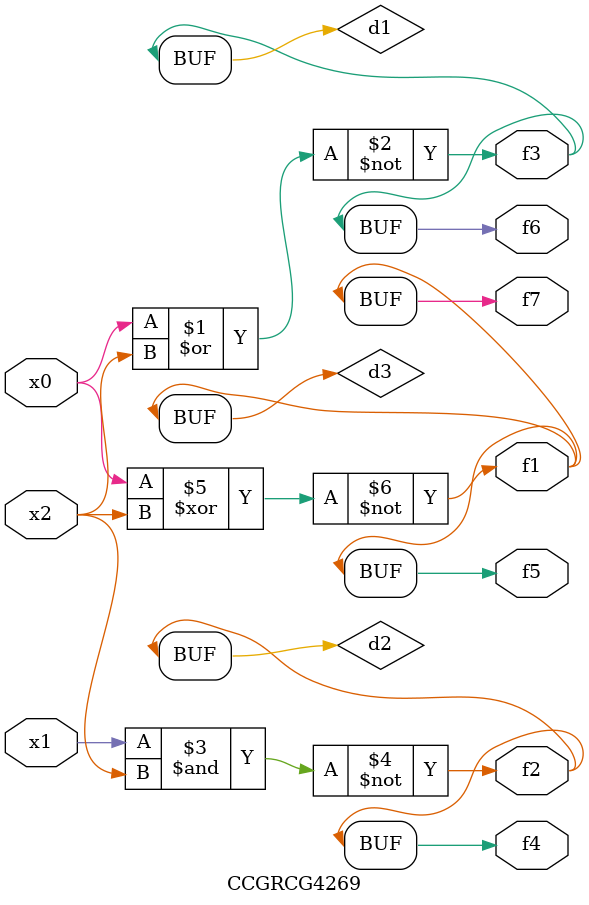
<source format=v>
module CCGRCG4269(
	input x0, x1, x2,
	output f1, f2, f3, f4, f5, f6, f7
);

	wire d1, d2, d3;

	nor (d1, x0, x2);
	nand (d2, x1, x2);
	xnor (d3, x0, x2);
	assign f1 = d3;
	assign f2 = d2;
	assign f3 = d1;
	assign f4 = d2;
	assign f5 = d3;
	assign f6 = d1;
	assign f7 = d3;
endmodule

</source>
